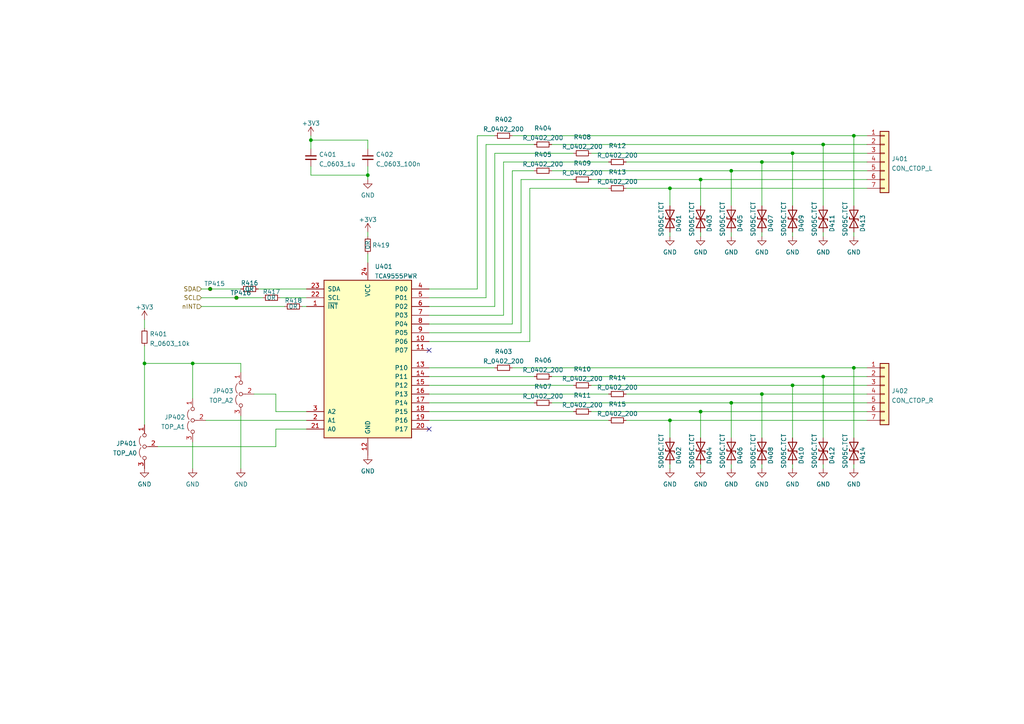
<source format=kicad_sch>
(kicad_sch (version 20231120) (generator "eeschema") (generator_version "8.0")
  (paper "A4")
  (title_block (title "ClickBoard Tester") (date "2023-10-13") (rev "001") (company "Matthias Timo Finding"))
  (lib_symbols
    (symbol "Connector:TestPoint_Small" (pin_numbers hide) (pin_names (offset 0.762) hide)
      (property "Reference" "TP" (at 0 3.81 0))
      (property "Value" "TestPoint_Small" (at 0 2.032 0))
      (symbol "TestPoint_Small_0_1"
        (circle (center 0 0) (radius 0.508))
      )
      (symbol "TestPoint_Small_1_1"
        (pin passive line (at 0 0 90) (length 0) (name "1") (number "1"))
      )
    )
    (symbol "Connector_Generic:Conn_01x07" (pin_names (offset 1.016) hide)
      (property "Reference" "J" (at 0 10.16 0))
      (property "Value" "Conn_01x07" (at 0 -10.16 0))
      (symbol "Conn_01x07_1_1"
        (rectangle (start -1.27 -7.493) (end 0 -7.747) (stroke (width 0.1524)))
        (rectangle (start -1.27 -4.953) (end 0 -5.207) (stroke (width 0.1524)))
        (rectangle (start -1.27 -2.413) (end 0 -2.667) (stroke (width 0.1524)))
        (rectangle (start -1.27 0.127) (end 0 -0.127) (stroke (width 0.1524)))
        (rectangle (start -1.27 2.667) (end 0 2.413) (stroke (width 0.1524)))
        (rectangle (start -1.27 5.207) (end 0 4.953) (stroke (width 0.1524)))
        (rectangle (start -1.27 7.747) (end 0 7.493) (stroke (width 0.1524)))
        (rectangle (start -1.27 8.89) (end 1.27 -8.89) (stroke (width 0.254)) (fill (type background)))
        (pin passive line (at -5.08 7.62 0) (length 3.81) (name "Pin_1") (number "1"))
        (pin passive line (at -5.08 5.08 0) (length 3.81) (name "Pin_2") (number "2"))
        (pin passive line (at -5.08 2.54 0) (length 3.81) (name "Pin_3") (number "3"))
        (pin passive line (at -5.08 0 0) (length 3.81) (name "Pin_4") (number "4"))
        (pin passive line (at -5.08 -2.54 0) (length 3.81) (name "Pin_5") (number "5"))
        (pin passive line (at -5.08 -5.08 0) (length 3.81) (name "Pin_6") (number "6"))
        (pin passive line (at -5.08 -7.62 0) (length 3.81) (name "Pin_7") (number "7"))
      )
    )
    (symbol "Device:D_TVS" (pin_numbers hide) (pin_names (offset 1.016) hide)
      (property "Reference" "D" (at 0 2.54 0))
      (property "Value" "D_TVS" (at 0 -2.54 0))
      (symbol "D_TVS_0_1"
        (polyline (pts (xy 1.27 0) (xy -1.27 0)))
        (polyline (pts (xy 0.508 1.27) (xy 0 1.27) (xy 0 -1.27) (xy -0.508 -1.27)) (stroke (width 0.254)))
        (polyline (pts (xy -2.54 1.27) (xy -2.54 -1.27) (xy 2.54 1.27) (xy 2.54 -1.27) (xy -2.54 1.27)) (stroke (width 0.254)))
      )
      (symbol "D_TVS_1_1"
        (pin passive line (at -3.81 0 0) (length 2.54) (name "A1") (number "1"))
        (pin passive line (at 3.81 0 180) (length 2.54) (name "A2") (number "2"))
      )
    )
    (symbol "Device:R_Small" (pin_numbers hide) (pin_names (offset 0.254) hide)
      (property "Reference" "R" (at 0.762 0.508 0))
      (property "Value" "R_Small" (at 0.762 -1.016 0))
      (symbol "R_Small_0_1"
        (rectangle (start -0.762 1.778) (end 0.762 -1.778) (stroke (width 0.2032)))
      )
      (symbol "R_Small_1_1"
        (pin passive line (at 0 2.54 270) (length 0.762) (name "~") (number "1"))
        (pin passive line (at 0 -2.54 90) (length 0.762) (name "~") (number "2"))
      )
    )
    (symbol "Interface_Expansion:TCA9555PWR" (pin_names (offset 1.016))
      (property "Reference" "U" (at -11.43 24.13 0))
      (property "Value" "TCA9555PWR" (at 0 0 0))
      (symbol "TCA9555PWR_0_1"
        (rectangle (start -12.7 22.86) (end 12.7 -22.86) (stroke (width 0.254)) (fill (type background)))
      )
      (symbol "TCA9555PWR_1_1"
        (pin open_collector line (at -17.78 15.24 0) (length 5.08) (name "~{INT}") (number "1"))
        (pin bidirectional line (at 17.78 5.08 180) (length 5.08) (name "P06") (number "10"))
        (pin bidirectional line (at 17.78 2.54 180) (length 5.08) (name "P07") (number "11"))
        (pin power_in line (at 0 -27.94 90) (length 5.08) (name "GND") (number "12"))
        (pin bidirectional line (at 17.78 -2.54 180) (length 5.08) (name "P10") (number "13"))
        (pin bidirectional line (at 17.78 -5.08 180) (length 5.08) (name "P11") (number "14"))
        (pin bidirectional line (at 17.78 -7.62 180) (length 5.08) (name "P12") (number "15"))
        (pin bidirectional line (at 17.78 -10.16 180) (length 5.08) (name "P13") (number "16"))
        (pin bidirectional line (at 17.78 -12.7 180) (length 5.08) (name "P14") (number "17"))
        (pin bidirectional line (at 17.78 -15.24 180) (length 5.08) (name "P15") (number "18"))
        (pin bidirectional line (at 17.78 -17.78 180) (length 5.08) (name "P16") (number "19"))
        (pin input line (at -17.78 -17.78 0) (length 5.08) (name "A1") (number "2"))
        (pin bidirectional line (at 17.78 -20.32 180) (length 5.08) (name "P17") (number "20"))
        (pin input line (at -17.78 -20.32 0) (length 5.08) (name "A0") (number "21"))
        (pin input line (at -17.78 17.78 0) (length 5.08) (name "SCL") (number "22"))
        (pin bidirectional line (at -17.78 20.32 0) (length 5.08) (name "SDA") (number "23"))
        (pin power_in line (at 0 27.94 270) (length 5.08) (name "VCC") (number "24"))
        (pin input line (at -17.78 -15.24 0) (length 5.08) (name "A2") (number "3"))
        (pin bidirectional line (at 17.78 20.32 180) (length 5.08) (name "P00") (number "4"))
        (pin bidirectional line (at 17.78 17.78 180) (length 5.08) (name "P01") (number "5"))
        (pin bidirectional line (at 17.78 15.24 180) (length 5.08) (name "P02") (number "6"))
        (pin bidirectional line (at 17.78 12.7 180) (length 5.08) (name "P03") (number "7"))
        (pin bidirectional line (at 17.78 10.16 180) (length 5.08) (name "P04") (number "8"))
        (pin bidirectional line (at 17.78 7.62 180) (length 5.08) (name "P05") (number "9"))
      )
    )
    (symbol "JLCPCB_Capacitors_Basic:C_0603_100n" (pin_numbers hide) (pin_names (offset 0.254) hide)
      (property "Reference" "C" (at 0.762 0.508 0))
      (property "Value" "C_0603_100n" (at 0.254 -2.032 0))
      (symbol "C_0603_100n_0_1"
        (polyline (pts (xy -1.524 -0.508) (xy 1.524 -0.508)) (stroke (width 0.3302)))
        (polyline (pts (xy -1.524 0.508) (xy 1.524 0.508)) (stroke (width 0.3302)))
      )
      (symbol "C_0603_100n_1_1"
        (pin passive line (at 0 2.54 270) (length 2.032) (name "~") (number "1"))
        (pin passive line (at 0 -2.54 90) (length 2.032) (name "~") (number "2"))
      )
    )
    (symbol "JLCPCB_Capacitors_Basic:C_0603_1u" (pin_numbers hide) (pin_names (offset 0.254) hide)
      (property "Reference" "C" (at 0.762 0.508 0))
      (property "Value" "C_0603_1u" (at 0.254 -2.032 0))
      (symbol "C_0603_1u_0_1"
        (polyline (pts (xy -1.524 -0.508) (xy 1.524 -0.508)) (stroke (width 0.3302)))
        (polyline (pts (xy -1.524 0.508) (xy 1.524 0.508)) (stroke (width 0.3302)))
      )
      (symbol "C_0603_1u_1_1"
        (pin passive line (at 0 2.54 270) (length 2.032) (name "~") (number "1"))
        (pin passive line (at 0 -2.54 90) (length 2.032) (name "~") (number "2"))
      )
    )
    (symbol "JLCPCB_Resistors_Basic:R_0402_200" (pin_numbers hide) (pin_names (offset 0.254) hide)
      (property "Reference" "R" (at 0.762 0.508 0))
      (property "Value" "R_0402_200" (at 0.762 -1.016 0))
      (symbol "R_0402_200_0_1"
        (rectangle (start -0.762 1.778) (end 0.762 -1.778) (stroke (width 0.2032)))
      )
      (symbol "R_0402_200_1_1"
        (pin passive line (at 0 2.54 270) (length 0.762) (name "") (number "1"))
        (pin passive line (at 0 -2.54 90) (length 0.762) (name "~") (number "2"))
      )
    )
    (symbol "JLCPCB_Resistors_Basic:R_0603_10k" (pin_numbers hide) (pin_names (offset 0.254) hide)
      (property "Reference" "R" (at 0.762 0.508 0))
      (property "Value" "R_0603_10k" (at 0.762 -1.016 0))
      (symbol "R_0603_10k_0_1"
        (rectangle (start -0.762 1.778) (end 0.762 -1.778) (stroke (width 0.2032)))
      )
      (symbol "R_0603_10k_1_1"
        (pin passive line (at 0 2.54 270) (length 0.762) (name "") (number "1"))
        (pin passive line (at 0 -2.54 90) (length 0.762) (name "~") (number "2"))
      )
    )
    (symbol "Jumper:Jumper_3_Open" (pin_names (offset 0) hide)
      (property "Reference" "JP" (at -2.54 -2.54 0))
      (property "Value" "Jumper_3_Open" (at 0 2.794 0))
      (symbol "Jumper_3_Open_0_0"
        (circle (center -3.302 0) (radius 0.508))
        (circle (center 0 0) (radius 0.508))
        (circle (center 3.302 0) (radius 0.508))
      )
      (symbol "Jumper_3_Open_0_1"
        (arc (start -0.254 1.016) (mid -1.651 1.4992) (end -3.048 1.016))
        (polyline (pts (xy 0 -0.508) (xy 0 -1.27)))
        (arc (start 3.048 1.016) (mid 1.651 1.4992) (end 0.254 1.016))
      )
      (symbol "Jumper_3_Open_1_1"
        (pin passive line (at -6.35 0 0) (length 2.54) (name "A") (number "1"))
        (pin input line (at 0 -3.81 90) (length 2.54) (name "C") (number "2"))
        (pin passive line (at 6.35 0 180) (length 2.54) (name "B") (number "3"))
      )
    )
    (symbol "power:+3V3" (power) (pin_names (offset 0))
      (property "Value" "+3V3" (at 0 3.556 0))
      (symbol "+3V3_0_1"
        (polyline (pts (xy -0.762 1.27) (xy 0 2.54)))
        (polyline (pts (xy 0 0) (xy 0 2.54)))
        (polyline (pts (xy 0 2.54) (xy 0.762 1.27)))
      )
      (symbol "+3V3_1_1"
        (pin power_in line (at 0 0 90) (length 0) hide (name "+3V3") (number "1"))
      )
    )
    (symbol "power:GND" (power) (pin_names (offset 0))
      (property "Value" "GND" (at 0 -3.81 0))
      (symbol "GND_0_1"
        (polyline (pts (xy 0 0) (xy 0 -1.27) (xy 1.27 -1.27) (xy 0 -2.54) (xy -1.27 -1.27) (xy 0 -1.27)))
      )
      (symbol "GND_1_1"
        (pin power_in line (at 0 0 270) (length 0) hide (name "GND") (number "1"))
      )
    )
  )
  (junction (at 55.88 105.41))
  (junction (at 203.2 52.07))
  (junction (at 229.87 111.76))
  (junction (at 194.31 121.92))
  (junction (at 41.91 105.41))
  (junction (at 194.31 54.61))
  (junction (at 220.98 114.3))
  (junction (at 212.09 116.84))
  (junction (at 60.96 83.82))
  (junction (at 220.98 46.99))
  (junction (at 229.87 44.45))
  (junction (at 106.68 50.8))
  (junction (at 203.2 119.38))
  (junction (at 238.76 41.91))
  (junction (at 212.09 49.53))
  (junction (at 90.17 40.64))
  (junction (at 247.65 39.37))
  (junction (at 247.65 106.68))
  (junction (at 68.58 86.36))
  (junction (at 238.76 109.22))
  (no_connect (at 124.46 124.46))
  (no_connect (at 124.46 101.6))
  (wire (pts (xy 41.91 123.19) (xy 41.91 105.41)))
  (wire (pts (xy 212.09 67.31) (xy 212.09 68.58)))
  (wire (pts (xy 143.51 44.45) (xy 143.51 88.9)))
  (wire (pts (xy 106.68 73.66) (xy 106.68 76.2)))
  (wire (pts (xy 181.61 54.61) (xy 194.31 54.61)))
  (wire (pts (xy 90.17 39.37) (xy 90.17 40.64)))
  (wire (pts (xy 251.46 119.38) (xy 203.2 119.38)))
  (wire (pts (xy 203.2 119.38) (xy 203.2 127)))
  (wire (pts (xy 229.87 134.62) (xy 229.87 135.89)))
  (wire (pts (xy 171.45 52.07) (xy 203.2 52.07)))
  (wire (pts (xy 148.59 49.53) (xy 148.59 93.98)))
  (wire (pts (xy 251.46 46.99) (xy 220.98 46.99)))
  (wire (pts (xy 68.58 86.36) (xy 76.2 86.36)))
  (wire (pts (xy 106.68 40.64) (xy 90.17 40.64)))
  (wire (pts (xy 124.46 86.36) (xy 140.97 86.36)))
  (wire (pts (xy 251.46 39.37) (xy 247.65 39.37)))
  (wire (pts (xy 238.76 67.31) (xy 238.76 68.58)))
  (wire (pts (xy 166.37 52.07) (xy 151.13 52.07)))
  (wire (pts (xy 124.46 93.98) (xy 148.59 93.98)))
  (wire (pts (xy 138.43 39.37) (xy 138.43 83.82)))
  (wire (pts (xy 106.68 43.18) (xy 106.68 40.64)))
  (wire (pts (xy 247.65 106.68) (xy 148.59 106.68)))
  (wire (pts (xy 238.76 134.62) (xy 238.76 135.89)))
  (wire (pts (xy 58.42 88.9) (xy 82.55 88.9)))
  (wire (pts (xy 124.46 121.92) (xy 176.53 121.92)))
  (wire (pts (xy 166.37 44.45) (xy 143.51 44.45)))
  (wire (pts (xy 106.68 50.8) (xy 106.68 52.07)))
  (wire (pts (xy 251.46 109.22) (xy 238.76 109.22)))
  (wire (pts (xy 212.09 49.53) (xy 212.09 59.69)))
  (wire (pts (xy 124.46 83.82) (xy 138.43 83.82)))
  (wire (pts (xy 229.87 111.76) (xy 171.45 111.76)))
  (wire (pts (xy 203.2 119.38) (xy 171.45 119.38)))
  (wire (pts (xy 212.09 116.84) (xy 160.02 116.84)))
  (wire (pts (xy 55.88 105.41) (xy 69.85 105.41)))
  (wire (pts (xy 220.98 114.3) (xy 181.61 114.3)))
  (wire (pts (xy 194.31 54.61) (xy 194.31 59.69)))
  (wire (pts (xy 203.2 52.07) (xy 203.2 59.69)))
  (wire (pts (xy 194.31 121.92) (xy 194.31 127)))
  (wire (pts (xy 229.87 111.76) (xy 229.87 127)))
  (wire (pts (xy 80.01 124.46) (xy 80.01 129.54)))
  (wire (pts (xy 171.45 44.45) (xy 229.87 44.45)))
  (wire (pts (xy 124.46 111.76) (xy 166.37 111.76)))
  (wire (pts (xy 80.01 129.54) (xy 45.72 129.54)))
  (wire (pts (xy 251.46 44.45) (xy 229.87 44.45)))
  (wire (pts (xy 220.98 67.31) (xy 220.98 68.58)))
  (wire (pts (xy 176.53 54.61) (xy 153.67 54.61)))
  (wire (pts (xy 41.91 105.41) (xy 41.91 100.33)))
  (wire (pts (xy 88.9 124.46) (xy 80.01 124.46)))
  (wire (pts (xy 124.46 119.38) (xy 166.37 119.38)))
  (wire (pts (xy 73.66 114.3) (xy 80.01 114.3)))
  (wire (pts (xy 55.88 105.41) (xy 55.88 115.57)))
  (wire (pts (xy 181.61 46.99) (xy 220.98 46.99)))
  (wire (pts (xy 220.98 46.99) (xy 220.98 59.69)))
  (wire (pts (xy 247.65 134.62) (xy 247.65 135.89)))
  (wire (pts (xy 60.96 83.82) (xy 69.85 83.82)))
  (wire (pts (xy 106.68 67.31) (xy 106.68 68.58)))
  (wire (pts (xy 81.28 86.36) (xy 88.9 86.36)))
  (wire (pts (xy 251.46 121.92) (xy 194.31 121.92)))
  (wire (pts (xy 251.46 41.91) (xy 238.76 41.91)))
  (wire (pts (xy 238.76 109.22) (xy 238.76 127)))
  (wire (pts (xy 247.65 67.31) (xy 247.65 68.58)))
  (wire (pts (xy 58.42 83.82) (xy 60.96 83.82)))
  (wire (pts (xy 229.87 67.31) (xy 229.87 68.58)))
  (wire (pts (xy 251.46 114.3) (xy 220.98 114.3)))
  (wire (pts (xy 238.76 41.91) (xy 238.76 59.69)))
  (wire (pts (xy 58.42 86.36) (xy 68.58 86.36)))
  (wire (pts (xy 194.31 134.62) (xy 194.31 135.89)))
  (wire (pts (xy 124.46 91.44) (xy 146.05 91.44)))
  (wire (pts (xy 124.46 116.84) (xy 154.94 116.84)))
  (wire (pts (xy 203.2 67.31) (xy 203.2 68.58)))
  (wire (pts (xy 59.69 121.92) (xy 88.9 121.92)))
  (wire (pts (xy 106.68 50.8) (xy 106.68 48.26)))
  (wire (pts (xy 146.05 46.99) (xy 146.05 91.44)))
  (wire (pts (xy 148.59 39.37) (xy 247.65 39.37)))
  (wire (pts (xy 80.01 114.3) (xy 80.01 119.38)))
  (wire (pts (xy 41.91 105.41) (xy 55.88 105.41)))
  (wire (pts (xy 251.46 116.84) (xy 212.09 116.84)))
  (wire (pts (xy 247.65 39.37) (xy 247.65 59.69)))
  (wire (pts (xy 212.09 116.84) (xy 212.09 127)))
  (wire (pts (xy 194.31 67.31) (xy 194.31 68.58)))
  (wire (pts (xy 203.2 134.62) (xy 203.2 135.89)))
  (wire (pts (xy 251.46 52.07) (xy 203.2 52.07)))
  (wire (pts (xy 220.98 114.3) (xy 220.98 127)))
  (wire (pts (xy 160.02 41.91) (xy 238.76 41.91)))
  (wire (pts (xy 251.46 106.68) (xy 247.65 106.68)))
  (wire (pts (xy 247.65 106.68) (xy 247.65 127)))
  (wire (pts (xy 88.9 119.38) (xy 80.01 119.38)))
  (wire (pts (xy 124.46 96.52) (xy 151.13 96.52)))
  (wire (pts (xy 229.87 44.45) (xy 229.87 59.69)))
  (wire (pts (xy 41.91 95.25) (xy 41.91 92.71)))
  (wire (pts (xy 194.31 121.92) (xy 181.61 121.92)))
  (wire (pts (xy 69.85 120.65) (xy 69.85 135.89)))
  (wire (pts (xy 74.93 83.82) (xy 88.9 83.82)))
  (wire (pts (xy 251.46 49.53) (xy 212.09 49.53)))
  (wire (pts (xy 194.31 54.61) (xy 251.46 54.61)))
  (wire (pts (xy 55.88 128.27) (xy 55.88 135.89)))
  (wire (pts (xy 90.17 40.64) (xy 90.17 43.18)))
  (wire (pts (xy 124.46 114.3) (xy 176.53 114.3)))
  (wire (pts (xy 220.98 134.62) (xy 220.98 135.89)))
  (wire (pts (xy 154.94 41.91) (xy 140.97 41.91)))
  (wire (pts (xy 154.94 49.53) (xy 148.59 49.53)))
  (wire (pts (xy 90.17 50.8) (xy 106.68 50.8)))
  (wire (pts (xy 251.46 111.76) (xy 229.87 111.76)))
  (wire (pts (xy 124.46 109.22) (xy 154.94 109.22)))
  (wire (pts (xy 176.53 46.99) (xy 146.05 46.99)))
  (wire (pts (xy 90.17 48.26) (xy 90.17 50.8)))
  (wire (pts (xy 143.51 39.37) (xy 138.43 39.37)))
  (wire (pts (xy 160.02 49.53) (xy 212.09 49.53)))
  (wire (pts (xy 153.67 99.06) (xy 153.67 54.61)))
  (wire (pts (xy 69.85 107.95) (xy 69.85 105.41)))
  (wire (pts (xy 124.46 99.06) (xy 153.67 99.06)))
  (wire (pts (xy 212.09 134.62) (xy 212.09 135.89)))
  (wire (pts (xy 124.46 106.68) (xy 143.51 106.68)))
  (wire (pts (xy 151.13 52.07) (xy 151.13 96.52)))
  (wire (pts (xy 87.63 88.9) (xy 88.9 88.9)))
  (wire (pts (xy 238.76 109.22) (xy 160.02 109.22)))
  (wire (pts (xy 124.46 88.9) (xy 143.51 88.9)))
  (wire (pts (xy 140.97 41.91) (xy 140.97 86.36)))
  (hierarchical_label "SDA" (shape input) (at 58.42 83.82 180))
  (hierarchical_label "SCL" (shape input) (at 58.42 86.36 180))
  (hierarchical_label "nINT" (shape input) (at 58.42 88.9 180))
  (symbol (lib_id "JLCPCB_Resistors_Basic:R_0402_200") (at 157.48 109.22 90) (unit 1)
    (property "Reference" "R406" (at 157.48 104.5169 90))
    (property "Value" "R_0402_200" (at 157.48 107.292 90))
    (property "Footprint" "Resistor_SMD:R_0402_1005Metric" (effects (hide yes)))
    (property "Datasheet" "https://datasheet.lcsc.com/lcsc/2110252230_UNI-ROYAL-Uniroyal-Elec-0402WGF2000TCE_C25087.pdf" (effects (hide yes)))
    (property "LCSC Part #" "C25087" (effects (hide yes)))
  )
  (symbol (lib_id "Device:R_Small") (at 78.74 86.36 90) (unit 1)
    (property "Reference" "R417" (at 78.7507 84.6424 90))
    (property "Value" "0R" (at 78.7014 86.3707 90))
    (property "Footprint" "Resistor_SMD:R_0603_1608Metric_Pad0.98x0.95mm_HandSolder" (effects (hide yes)))
    (property "LCSC Part #" "C21189" (effects (hide yes)))
  )
  (symbol (lib_id "Device:D_TVS") (at 238.76 130.81 90) (unit 1)
    (property "Reference" "D412" (at 241.3 129.54 0) (effects (justify right)))
    (property "Value" "SD05C.TCT" (at 236.22 125.73 0) (effects (justify right)))
    (property "Footprint" "Diode_SMD:D_SOD-323_HandSoldering" (effects (hide yes)))
    (property "LCSC Part #" "C85200" (effects (hide yes)))
  )
  (symbol (lib_id "Device:D_TVS") (at 238.76 63.5 90) (unit 1)
    (property "Reference" "D411" (at 241.3 62.23 0) (effects (justify right)))
    (property "Value" "SD05C.TCT" (at 236.22 58.42 0) (effects (justify right)))
    (property "Footprint" "Diode_SMD:D_SOD-323_HandSoldering" (effects (hide yes)))
    (property "LCSC Part #" "C85200" (effects (hide yes)))
  )
  (symbol (lib_id "Device:D_TVS") (at 220.98 130.81 90) (unit 1)
    (property "Reference" "D408" (at 223.52 129.54 0) (effects (justify right)))
    (property "Value" "SD05C.TCT" (at 218.44 125.73 0) (effects (justify right)))
    (property "Footprint" "Diode_SMD:D_SOD-323_HandSoldering" (effects (hide yes)))
    (property "LCSC Part #" "C85200" (effects (hide yes)))
  )
  (symbol (lib_id "power:GND") (at 41.91 135.89 0) (unit 1)
    (property "Reference" "#PWR0402" (effects (hide yes)))
    (property "Value" "GND" (at 41.91 140.4525 0))
  )
  (symbol (lib_id "Connector_Generic:Conn_01x07") (at 256.54 114.3 0) (unit 1)
    (property "Reference" "J402" (at 258.572 113.3915 0) (effects (justify left)))
    (property "Value" "CON_CTOP_R" (at 258.572 116.1666 0) (effects (justify left)))
    (property "Footprint" "Connector_PinHeader_2.54mm:PinHeader_1x07_P2.54mm_Vertical" (effects (hide yes)))
  )
  (symbol (lib_id "JLCPCB_Resistors_Basic:R_0402_200") (at 168.91 52.07 90) (unit 1)
    (property "Reference" "R409" (at 168.91 47.3669 90))
    (property "Value" "R_0402_200" (at 168.91 50.142 90))
    (property "Footprint" "Resistor_SMD:R_0402_1005Metric" (effects (hide yes)))
    (property "Datasheet" "https://datasheet.lcsc.com/lcsc/2110252230_UNI-ROYAL-Uniroyal-Elec-0402WGF2000TCE_C25087.pdf" (effects (hide yes)))
    (property "LCSC Part #" "C25087" (effects (hide yes)))
  )
  (symbol (lib_id "power:GND") (at 106.68 52.07 0) (unit 1)
    (property "Reference" "#PWR0406" (effects (hide yes)))
    (property "Value" "GND" (at 106.68 56.6325 0))
  )
  (symbol (lib_id "power:+3V3") (at 90.17 39.37 0) (unit 1)
    (property "Reference" "#PWR0405" (effects (hide yes)))
    (property "Value" "+3V3" (at 90.17 35.7655 0))
  )
  (symbol (lib_id "power:GND") (at 238.76 135.89 0) (unit 1)
    (property "Reference" "#PWR0420" (effects (hide yes)))
    (property "Value" "GND" (at 238.76 140.4525 0))
  )
  (symbol (lib_id "Jumper:Jumper_3_Open") (at 69.85 114.3 90) (mirror x) (unit 1)
    (property "Reference" "JP403" (at 67.7158 113.3915 90) (effects (justify left)))
    (property "Value" "TOP_A2" (at 67.7158 116.1666 90) (effects (justify left)))
    (property "Footprint" "Jumper:SolderJumper-3_P1.3mm_Open_RoundedPad1.0x1.5mm" (effects (hide yes)))
  )
  (symbol (lib_id "JLCPCB_Resistors_Basic:R_0402_200") (at 146.05 106.68 90) (unit 1)
    (property "Reference" "R403" (at 146.05 101.9769 90))
    (property "Value" "R_0402_200" (at 146.05 104.752 90))
    (property "Footprint" "Resistor_SMD:R_0402_1005Metric" (effects (hide yes)))
    (property "Datasheet" "https://datasheet.lcsc.com/lcsc/2110252230_UNI-ROYAL-Uniroyal-Elec-0402WGF2000TCE_C25087.pdf" (effects (hide yes)))
    (property "LCSC Part #" "C25087" (effects (hide yes)))
  )
  (symbol (lib_id "power:GND") (at 212.09 135.89 0) (unit 1)
    (property "Reference" "#PWR0414" (effects (hide yes)))
    (property "Value" "GND" (at 212.09 140.4525 0))
  )
  (symbol (lib_id "power:GND") (at 247.65 135.89 0) (unit 1)
    (property "Reference" "#PWR0422" (effects (hide yes)))
    (property "Value" "GND" (at 247.65 140.4525 0))
  )
  (symbol (lib_id "Device:R_Small") (at 72.39 83.82 90) (unit 1)
    (property "Reference" "R416" (at 72.4007 82.1024 90))
    (property "Value" "0R" (at 72.3514 83.8307 90))
    (property "Footprint" "Resistor_SMD:R_0603_1608Metric_Pad0.98x0.95mm_HandSolder" (effects (hide yes)))
    (property "LCSC Part #" "C21189" (effects (hide yes)))
  )
  (symbol (lib_id "power:GND") (at 212.09 68.58 0) (unit 1)
    (property "Reference" "#PWR0413" (effects (hide yes)))
    (property "Value" "GND" (at 212.09 73.1425 0))
  )
  (symbol (lib_id "Device:D_TVS") (at 194.31 130.81 90) (unit 1)
    (property "Reference" "D402" (at 196.85 129.54 0) (effects (justify right)))
    (property "Value" "SD05C.TCT" (at 191.77 125.73 0) (effects (justify right)))
    (property "Footprint" "Diode_SMD:D_SOD-323_HandSoldering" (effects (hide yes)))
    (property "LCSC Part #" "C85200" (effects (hide yes)))
  )
  (symbol (lib_id "Device:D_TVS") (at 247.65 130.81 90) (unit 1)
    (property "Reference" "D414" (at 250.19 129.54 0) (effects (justify right)))
    (property "Value" "SD05C.TCT" (at 245.11 125.73 0) (effects (justify right)))
    (property "Footprint" "Diode_SMD:D_SOD-323_HandSoldering" (effects (hide yes)))
    (property "LCSC Part #" "C85200" (effects (hide yes)))
  )
  (symbol (lib_id "Device:D_TVS") (at 203.2 130.81 90) (unit 1)
    (property "Reference" "D404" (at 205.74 129.54 0) (effects (justify right)))
    (property "Value" "SD05C.TCT" (at 200.66 125.73 0) (effects (justify right)))
    (property "Footprint" "Diode_SMD:D_SOD-323_HandSoldering" (effects (hide yes)))
    (property "LCSC Part #" "C85200" (effects (hide yes)))
  )
  (symbol (lib_id "Device:D_TVS") (at 247.65 63.5 90) (unit 1)
    (property "Reference" "D413" (at 250.19 62.23 0) (effects (justify right)))
    (property "Value" "SD05C.TCT" (at 245.11 58.42 0) (effects (justify right)))
    (property "Footprint" "Diode_SMD:D_SOD-323_HandSoldering" (effects (hide yes)))
    (property "LCSC Part #" "C85200" (effects (hide yes)))
  )
  (symbol (lib_id "JLCPCB_Resistors_Basic:R_0402_200") (at 179.07 114.3 90) (unit 1)
    (property "Reference" "R414" (at 179.07 109.5969 90))
    (property "Value" "R_0402_200" (at 179.07 112.372 90))
    (property "Footprint" "Resistor_SMD:R_0402_1005Metric" (effects (hide yes)))
    (property "Datasheet" "https://datasheet.lcsc.com/lcsc/2110252230_UNI-ROYAL-Uniroyal-Elec-0402WGF2000TCE_C25087.pdf" (effects (hide yes)))
    (property "LCSC Part #" "C25087" (effects (hide yes)))
  )
  (symbol (lib_id "Jumper:Jumper_3_Open") (at 41.91 129.54 90) (mirror x) (unit 1)
    (property "Reference" "JP401" (at 39.7758 128.6315 90) (effects (justify left)))
    (property "Value" "TOP_A0" (at 39.7758 131.4066 90) (effects (justify left)))
    (property "Footprint" "Jumper:SolderJumper-3_P1.3mm_Open_RoundedPad1.0x1.5mm" (effects (hide yes)))
  )
  (symbol (lib_id "JLCPCB_Resistors_Basic:R_0402_200") (at 168.91 119.38 90) (unit 1)
    (property "Reference" "R411" (at 168.91 114.6769 90))
    (property "Value" "R_0402_200" (at 168.91 117.452 90))
    (property "Footprint" "Resistor_SMD:R_0402_1005Metric" (effects (hide yes)))
    (property "Datasheet" "https://datasheet.lcsc.com/lcsc/2110252230_UNI-ROYAL-Uniroyal-Elec-0402WGF2000TCE_C25087.pdf" (effects (hide yes)))
    (property "LCSC Part #" "C25087" (effects (hide yes)))
  )
  (symbol (lib_id "JLCPCB_Resistors_Basic:R_0402_200") (at 146.05 39.37 90) (unit 1)
    (property "Reference" "R402" (at 146.05 34.6669 90))
    (property "Value" "R_0402_200" (at 146.05 37.442 90))
    (property "Footprint" "Resistor_SMD:R_0402_1005Metric" (effects (hide yes)))
    (property "Datasheet" "https://datasheet.lcsc.com/lcsc/2110252230_UNI-ROYAL-Uniroyal-Elec-0402WGF2000TCE_C25087.pdf" (effects (hide yes)))
    (property "LCSC Part #" "C25087" (effects (hide yes)))
  )
  (symbol (lib_id "JLCPCB_Resistors_Basic:R_0402_200") (at 157.48 41.91 90) (unit 1)
    (property "Reference" "R404" (at 157.48 37.2069 90))
    (property "Value" "R_0402_200" (at 157.48 39.982 90))
    (property "Footprint" "Resistor_SMD:R_0402_1005Metric" (effects (hide yes)))
    (property "Datasheet" "https://datasheet.lcsc.com/lcsc/2110252230_UNI-ROYAL-Uniroyal-Elec-0402WGF2000TCE_C25087.pdf" (effects (hide yes)))
    (property "LCSC Part #" "C25087" (effects (hide yes)))
  )
  (symbol (lib_id "power:GND") (at 203.2 135.89 0) (unit 1)
    (property "Reference" "#PWR0412" (effects (hide yes)))
    (property "Value" "GND" (at 203.2 140.4525 0))
  )
  (symbol (lib_id "power:+3V3") (at 41.91 92.71 0) (unit 1)
    (property "Reference" "#PWR0401" (effects (hide yes)))
    (property "Value" "+3V3" (at 41.91 89.1055 0))
  )
  (symbol (lib_id "Device:D_TVS") (at 229.87 130.81 90) (unit 1)
    (property "Reference" "D410" (at 232.41 129.54 0) (effects (justify right)))
    (property "Value" "SD05C.TCT" (at 227.33 125.73 0) (effects (justify right)))
    (property "Footprint" "Diode_SMD:D_SOD-323_HandSoldering" (effects (hide yes)))
    (property "LCSC Part #" "C85200" (effects (hide yes)))
  )
  (symbol (lib_id "JLCPCB_Capacitors_Basic:C_0603_1u") (at 90.17 45.72 0) (unit 1)
    (property "Reference" "C401" (at 92.4941 44.8115 0) (effects (justify left)))
    (property "Value" "C_0603_1u" (at 92.4941 47.5866 0) (effects (justify left)))
    (property "Footprint" "Capacitor_SMD:C_0603_1608Metric" (effects (hide yes)))
    (property "Datasheet" "https://datasheet.lcsc.com/lcsc/1810261812_Samsung-Electro-Mechanics-CL10A105KB8NNNC_C15849.pdf" (effects (hide yes)))
    (property "LCSC Part #" "C15849" (effects (hide yes)))
  )
  (symbol (lib_id "Jumper:Jumper_3_Open") (at 55.88 121.92 90) (mirror x) (unit 1)
    (property "Reference" "JP402" (at 53.7458 121.0115 90) (effects (justify left)))
    (property "Value" "TOP_A1" (at 53.7458 123.7866 90) (effects (justify left)))
    (property "Footprint" "Jumper:SolderJumper-3_P1.3mm_Open_RoundedPad1.0x1.5mm" (effects (hide yes)))
  )
  (symbol (lib_id "power:GND") (at 229.87 68.58 0) (unit 1)
    (property "Reference" "#PWR0417" (effects (hide yes)))
    (property "Value" "GND" (at 229.87 73.1425 0))
  )
  (symbol (lib_id "JLCPCB_Resistors_Basic:R_0402_200") (at 179.07 121.92 90) (unit 1)
    (property "Reference" "R415" (at 179.07 117.2169 90))
    (property "Value" "R_0402_200" (at 179.07 119.992 90))
    (property "Footprint" "Resistor_SMD:R_0402_1005Metric" (effects (hide yes)))
    (property "Datasheet" "https://datasheet.lcsc.com/lcsc/2110252230_UNI-ROYAL-Uniroyal-Elec-0402WGF2000TCE_C25087.pdf" (effects (hide yes)))
    (property "LCSC Part #" "C25087" (effects (hide yes)))
  )
  (symbol (lib_id "Device:D_TVS") (at 229.87 63.5 90) (unit 1)
    (property "Reference" "D409" (at 232.41 62.23 0) (effects (justify right)))
    (property "Value" "SD05C.TCT" (at 227.33 58.42 0) (effects (justify right)))
    (property "Footprint" "Diode_SMD:D_SOD-323_HandSoldering" (effects (hide yes)))
    (property "LCSC Part #" "C85200" (effects (hide yes)))
  )
  (symbol (lib_id "Connector:TestPoint_Small") (at 60.96 83.82 0) (unit 1)
    (property "Reference" "TP415" (at 59.1982 82.2763 0) (effects (justify left)))
    (property "Value" "TestPoint_Small" (effects (hide yes)))
    (property "Footprint" "TestPoint:TestPoint_Pad_D1.0mm" (effects (hide yes)))
  )
  (symbol (lib_id "Device:D_TVS") (at 194.31 63.5 90) (unit 1)
    (property "Reference" "D401" (at 196.85 62.23 0) (effects (justify right)))
    (property "Value" "SD05C.TCT" (at 191.77 58.42 0) (effects (justify right)))
    (property "Footprint" "Diode_SMD:D_SOD-323_HandSoldering" (effects (hide yes)))
    (property "LCSC Part #" "C85200" (effects (hide yes)))
  )
  (symbol (lib_id "power:GND") (at 220.98 135.89 0) (unit 1)
    (property "Reference" "#PWR0416" (effects (hide yes)))
    (property "Value" "GND" (at 220.98 140.4525 0))
  )
  (symbol (lib_id "Device:D_TVS") (at 220.98 63.5 90) (unit 1)
    (property "Reference" "D407" (at 223.52 62.23 0) (effects (justify right)))
    (property "Value" "SD05C.TCT" (at 218.44 58.42 0) (effects (justify right)))
    (property "Footprint" "Diode_SMD:D_SOD-323_HandSoldering" (effects (hide yes)))
    (property "LCSC Part #" "C85200" (effects (hide yes)))
  )
  (symbol (lib_id "JLCPCB_Resistors_Basic:R_0402_200") (at 179.07 54.61 90) (unit 1)
    (property "Reference" "R413" (at 179.07 49.9069 90))
    (property "Value" "R_0402_200" (at 179.07 52.682 90))
    (property "Footprint" "Resistor_SMD:R_0402_1005Metric" (effects (hide yes)))
    (property "Datasheet" "https://datasheet.lcsc.com/lcsc/2110252230_UNI-ROYAL-Uniroyal-Elec-0402WGF2000TCE_C25087.pdf" (effects (hide yes)))
    (property "LCSC Part #" "C25087" (effects (hide yes)))
  )
  (symbol (lib_id "power:GND") (at 55.88 135.89 0) (unit 1)
    (property "Reference" "#PWR0403" (effects (hide yes)))
    (property "Value" "GND" (at 55.88 140.4525 0))
  )
  (symbol (lib_id "power:+3V3") (at 106.68 67.31 0) (unit 1)
    (property "Reference" "#PWR0407" (effects (hide yes)))
    (property "Value" "+3V3" (at 106.68 63.7055 0))
  )
  (symbol (lib_id "power:GND") (at 194.31 135.89 0) (unit 1)
    (property "Reference" "#PWR0410" (effects (hide yes)))
    (property "Value" "GND" (at 194.31 140.4525 0))
  )
  (symbol (lib_id "power:GND") (at 220.98 68.58 0) (unit 1)
    (property "Reference" "#PWR0415" (effects (hide yes)))
    (property "Value" "GND" (at 220.98 73.1425 0))
  )
  (symbol (lib_id "JLCPCB_Resistors_Basic:R_0603_10k") (at 41.91 97.79 0) (unit 1)
    (property "Reference" "R401" (at 43.4086 96.8815 0) (effects (justify left)))
    (property "Value" "R_0603_10k" (at 43.4086 99.6566 0) (effects (justify left)))
    (property "Footprint" "Resistor_SMD:R_0603_1608Metric" (effects (hide yes)))
    (property "Datasheet" "https://datasheet.lcsc.com/lcsc/2110260030_UNI-ROYAL-Uniroyal-Elec-0603WAF1002T5E_C25804.pdf" (effects (hide yes)))
    (property "LCSC Part #" "C25804" (effects (hide yes)))
  )
  (symbol (lib_id "Connector:TestPoint_Small") (at 68.58 86.36 0) (unit 1)
    (property "Reference" "TP416" (at 66.7863 84.9568 0) (effects (justify left)))
    (property "Value" "TestPoint_Small" (effects (hide yes)))
    (property "Footprint" "TestPoint:TestPoint_Pad_D1.0mm" (effects (hide yes)))
  )
  (symbol (lib_id "power:GND") (at 203.2 68.58 0) (unit 1)
    (property "Reference" "#PWR0411" (effects (hide yes)))
    (property "Value" "GND" (at 203.2 73.1425 0))
  )
  (symbol (lib_id "JLCPCB_Resistors_Basic:R_0402_200") (at 157.48 116.84 90) (unit 1)
    (property "Reference" "R407" (at 157.48 112.1369 90))
    (property "Value" "R_0402_200" (at 157.48 114.912 90))
    (property "Footprint" "Resistor_SMD:R_0402_1005Metric" (effects (hide yes)))
    (property "Datasheet" "https://datasheet.lcsc.com/lcsc/2110252230_UNI-ROYAL-Uniroyal-Elec-0402WGF2000TCE_C25087.pdf" (effects (hide yes)))
    (property "LCSC Part #" "C25087" (effects (hide yes)))
  )
  (symbol (lib_id "power:GND") (at 194.31 68.58 0) (unit 1)
    (property "Reference" "#PWR0409" (effects (hide yes)))
    (property "Value" "GND" (at 194.31 73.1425 0))
  )
  (symbol (lib_id "power:GND") (at 106.68 132.08 0) (unit 1)
    (property "Reference" "#PWR0408" (effects (hide yes)))
    (property "Value" "GND" (at 106.68 136.6425 0))
  )
  (symbol (lib_id "Connector_Generic:Conn_01x07") (at 256.54 46.99 0) (unit 1)
    (property "Reference" "J401" (at 258.572 46.0815 0) (effects (justify left)))
    (property "Value" "CON_CTOP_L" (at 258.572 48.8566 0) (effects (justify left)))
    (property "Footprint" "Connector_PinHeader_2.54mm:PinHeader_1x07_P2.54mm_Vertical" (effects (hide yes)))
  )
  (symbol (lib_id "JLCPCB_Resistors_Basic:R_0402_200") (at 168.91 111.76 90) (unit 1)
    (property "Reference" "R410" (at 168.91 107.0569 90))
    (property "Value" "R_0402_200" (at 168.91 109.832 90))
    (property "Footprint" "Resistor_SMD:R_0402_1005Metric" (effects (hide yes)))
    (property "Datasheet" "https://datasheet.lcsc.com/lcsc/2110252230_UNI-ROYAL-Uniroyal-Elec-0402WGF2000TCE_C25087.pdf" (effects (hide yes)))
    (property "LCSC Part #" "C25087" (effects (hide yes)))
  )
  (symbol (lib_id "JLCPCB_Resistors_Basic:R_0402_200") (at 157.48 49.53 90) (unit 1)
    (property "Reference" "R405" (at 157.48 44.8269 90))
    (property "Value" "R_0402_200" (at 157.48 47.602 90))
    (property "Footprint" "Resistor_SMD:R_0402_1005Metric" (effects (hide yes)))
    (property "Datasheet" "https://datasheet.lcsc.com/lcsc/2110252230_UNI-ROYAL-Uniroyal-Elec-0402WGF2000TCE_C25087.pdf" (effects (hide yes)))
    (property "LCSC Part #" "C25087" (effects (hide yes)))
  )
  (symbol (lib_id "Device:D_TVS") (at 203.2 63.5 90) (unit 1)
    (property "Reference" "D403" (at 205.74 62.23 0) (effects (justify right)))
    (property "Value" "SD05C.TCT" (at 200.66 58.42 0) (effects (justify right)))
    (property "Footprint" "Diode_SMD:D_SOD-323_HandSoldering" (effects (hide yes)))
    (property "LCSC Part #" "C85200" (effects (hide yes)))
  )
  (symbol (lib_id "power:GND") (at 69.85 135.89 0) (unit 1)
    (property "Reference" "#PWR0404" (effects (hide yes)))
    (property "Value" "GND" (at 69.85 140.4525 0))
  )
  (symbol (lib_id "JLCPCB_Capacitors_Basic:C_0603_100n") (at 106.68 45.72 0) (unit 1)
    (property "Reference" "C402" (at 109.0041 44.8115 0) (effects (justify left)))
    (property "Value" "C_0603_100n" (at 109.0041 47.5866 0) (effects (justify left)))
    (property "Footprint" "Capacitor_SMD:C_0603_1608Metric" (effects (hide yes)))
    (property "Datasheet" "https://datasheet.lcsc.com/lcsc/1809301912_YAGEO-CC0603KRX7R9BB104_C14663.pdf" (effects (hide yes)))
    (property "LCSC Part #" "C14663" (effects (hide yes)))
  )
  (symbol (lib_id "Device:D_TVS") (at 212.09 130.81 90) (unit 1)
    (property "Reference" "D406" (at 214.63 129.54 0) (effects (justify right)))
    (property "Value" "SD05C.TCT" (at 209.55 125.73 0) (effects (justify right)))
    (property "Footprint" "Diode_SMD:D_SOD-323_HandSoldering" (effects (hide yes)))
    (property "LCSC Part #" "C85200" (effects (hide yes)))
  )
  (symbol (lib_id "Device:D_TVS") (at 212.09 63.5 90) (unit 1)
    (property "Reference" "D405" (at 214.63 62.23 0) (effects (justify right)))
    (property "Value" "SD05C.TCT" (at 209.55 58.42 0) (effects (justify right)))
    (property "Footprint" "Diode_SMD:D_SOD-323_HandSoldering" (effects (hide yes)))
    (property "LCSC Part #" "C85200" (effects (hide yes)))
  )
  (symbol (lib_id "JLCPCB_Resistors_Basic:R_0402_200") (at 168.91 44.45 90) (unit 1)
    (property "Reference" "R408" (at 168.91 39.7469 90))
    (property "Value" "R_0402_200" (at 168.91 42.522 90))
    (property "Footprint" "Resistor_SMD:R_0402_1005Metric" (effects (hide yes)))
    (property "Datasheet" "https://datasheet.lcsc.com/lcsc/2110252230_UNI-ROYAL-Uniroyal-Elec-0402WGF2000TCE_C25087.pdf" (effects (hide yes)))
    (property "LCSC Part #" "C25087" (effects (hide yes)))
  )
  (symbol (lib_id "power:GND") (at 229.87 135.89 0) (unit 1)
    (property "Reference" "#PWR0418" (effects (hide yes)))
    (property "Value" "GND" (at 229.87 140.4525 0))
  )
  (symbol (lib_id "Interface_Expansion:TCA9555PWR") (at 106.68 104.14 0) (unit 1)
    (property "Reference" "U401" (at 108.6994 77.3135 0) (effects (justify left)))
    (property "Value" "TCA9555PWR" (at 108.6994 80.0886 0) (effects (justify left)))
    (property "Footprint" "Package_SO:TSSOP-24_4.4x7.8mm_P0.65mm" (effects (hide yes)))
    (property "Datasheet" "http://www.ti.com/lit/ds/symlink/tca9555.pdf" (effects (hide yes)))
  )
  (symbol (lib_id "Device:R_Small") (at 106.68 71.12 180) (unit 1)
    (property "Reference" "R419" (at 107.95 71.12 0) (effects (justify right)))
    (property "Value" "0R" (at 106.68 72.39 90) (effects (justify right)))
    (property "Footprint" "Resistor_SMD:R_0603_1608Metric_Pad0.98x0.95mm_HandSolder" (effects (hide yes)))
    (property "LCSC Part #" "C21189" (effects (hide yes)))
  )
  (symbol (lib_id "power:GND") (at 247.65 68.58 0) (unit 1)
    (property "Reference" "#PWR0421" (effects (hide yes)))
    (property "Value" "GND" (at 247.65 73.1425 0))
  )
  (symbol (lib_id "power:GND") (at 238.76 68.58 0) (unit 1)
    (property "Reference" "#PWR0419" (effects (hide yes)))
    (property "Value" "GND" (at 238.76 73.1425 0))
  )
  (symbol (lib_id "JLCPCB_Resistors_Basic:R_0402_200") (at 179.07 46.99 90) (unit 1)
    (property "Reference" "R412" (at 179.07 42.2869 90))
    (property "Value" "R_0402_200" (at 179.07 45.062 90))
    (property "Footprint" "Resistor_SMD:R_0402_1005Metric" (effects (hide yes)))
    (property "Datasheet" "https://datasheet.lcsc.com/lcsc/2110252230_UNI-ROYAL-Uniroyal-Elec-0402WGF2000TCE_C25087.pdf" (effects (hide yes)))
    (property "LCSC Part #" "C25087" (effects (hide yes)))
  )
  (symbol (lib_id "Device:R_Small") (at 85.09 88.9 90) (unit 1)
    (property "Reference" "R418" (at 85.1007 87.1824 90))
    (property "Value" "0R" (at 85.0514 88.9107 90))
    (property "Footprint" "Resistor_SMD:R_0603_1608Metric_Pad0.98x0.95mm_HandSolder" (effects (hide yes)))
    (property "LCSC Part #" "C21189" (effects (hide yes)))
  )
)
</source>
